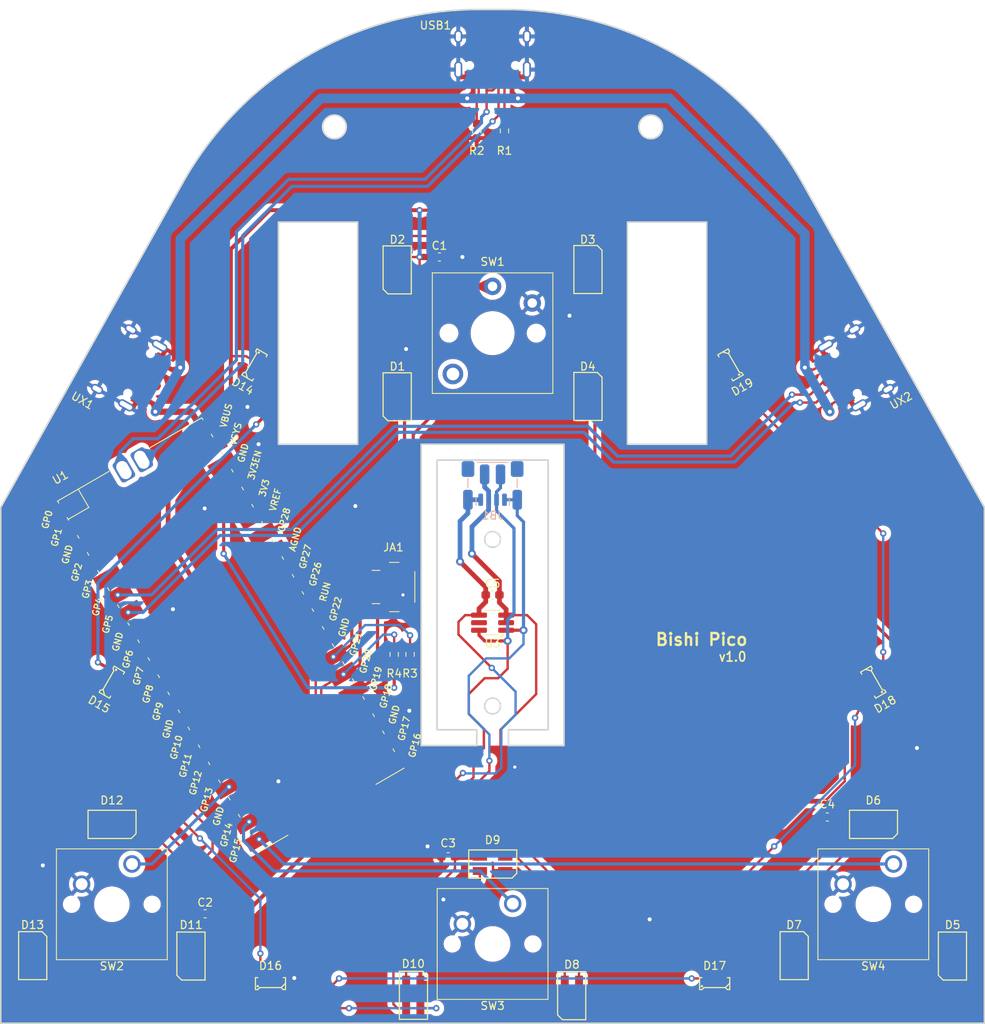
<source format=kicad_pcb>
(kicad_pcb (version 20240108) (generator "pcbnew") (generator_version "8.0")
  (title_block (title "Musec Pico"))
  (layers (0 "F.Cu" signal) (31 "B.Cu" signal) (34 "B.Paste" user) (35 "F.Paste" user) (36 "B.SilkS" user "B.Silkscreen") (37 "F.SilkS" user "F.Silkscreen") (38 "B.Mask" user) (39 "F.Mask" user) (44 "Edge.Cuts" user))
  (net 0 "")
  (net 1 "GND")
  (net 2 "+5V")
  (net 3 "Net-(D1-Out)")
  (net 5 "Net-(D2-Out)")
  (net 6 "+3V3")
  (net 7 "Net-(USB1-CC1)")
  (net 8 "Net-(USB1-CC2)")
  (net 9 "Net-(U1-USB2)")
  (net 11 "Net-(U1-USB1)")
  (net 14 "/K2")
  (net 16 "/K4")
  (net 17 "/K3")
  (net 20 "VBUS")
  (net 22 "/K1")
  (net 26 "Net-(D3-Out)")
  (net 28 "Net-(D4-Out)")
  (net 30 "Net-(D5-Out)")
  (net 31 "Net-(D6-Out)")
  (net 32 "Net-(D7-Out)")
  (net 33 "Net-(D8-Out)")
  (net 34 "Net-(D10-In)")
  (net 35 "Net-(D10-Out)")
  (net 36 "Net-(D11-Out)")
  (net 37 "Net-(D12-Out)")
  (net 38 "/RX1")
  (net 39 "Net-(D14-Out)")
  (net 40 "Net-(D15-Out)")
  (net 41 "Net-(D16-Out)")
  (net 42 "Net-(D17-Out)")
  (net 43 "Net-(D18-Out)")
  (net 44 "/VB1")
  (net 45 "/TX1")
  (net 46 "/RX0")
  (net 49 "/SDA")
  (net 50 "/SCL")
  (net 51 "/TX0")
  (net 61 "/RGB1")
  (net 62 "/RGB2")
  (footprint "Resistor_SMD:R_0603_1608Metric_Pad0.98x0.95mm_HandSolder" (layer "F.Cu") (at 107.196 67.574 -90)
    (property "Reference" "R2")
    (property "Value" "5K1")
  )
  (footprint "bishi_pico:WS2812B-2835" (layer "F.Cu") (at 121.196 101.074 90)
    (property "Reference" "D4")
    (property "Value" "WS2812B_Unified" (hide yes))
  )
  (footprint "Resistor_SMD:R_0603_1608Metric_Pad0.98x0.95mm_HandSolder" (layer "F.Cu") (at 96.796 133.574 -90)
    (property "Reference" "R4")
    (property "Value" "5K1")
  )
  (footprint "Capacitor_SMD:C_0603_1608Metric_Pad1.08x0.95mm_HandSolder" (layer "F.Cu") (at 72.9585 166.274)
    (property "Reference" "C2")
    (property "Value" "0.1uF")
  )
  (footprint "bishi_pico:WS2812B-2835" (layer "F.Cu") (at 109.196 159.974)
    (property "Reference" "D9")
    (property "Value" "WS2812B_Unified" (hide yes))
  )
  (footprint "bishi_pico:WS2812B-4020" (layer "F.Cu") (at 61.196 137.074 60)
    (property "Reference" "D15")
    (property "Value" "WS2812B_Unified")
  )
  (footprint "bishi_pico:WS2812B-2835" (layer "F.Cu") (at 167.196 171.574 -90)
    (property "Reference" "D5")
    (property "Value" "WS2812B_Unified" (hide yes))
  )
  (footprint "bishi_pico:SH1.0_4P_Solder_Combo" (layer "F.Cu") (at 96.696 125.074 90)
    (property "Reference" "JA1")
    (property "Value" "Conn_01x04")
  )
  (footprint "bishi_pico:SW_Kailh_Choc_V1V2_1.00u_LED" (layer "F.Cu") (at 109.196 93.074)
    (property "Reference" "SW1")
    (property "Value" "SW_DIP_x01" (hide yes))
  )
  (footprint "bishi_pico:Cherry_MX" (layer "F.Cu") (at 157.196 165.074)
    (property "Reference" "SW4")
    (property "Value" "SW_DIP_x01")
  )
  (footprint "Resistor_SMD:R_0603_1608Metric_Pad0.98x0.95mm_HandSolder" (layer "F.Cu") (at 98.796 133.574 -90)
    (property "Reference" "R3")
    (property "Value" "5K1")
  )
  (footprint "bishi_pico:WS2812B-2835" (layer "F.Cu") (at 99.196 176.574 90)
    (property "Reference" "D10")
    (property "Value" "WS2812B_Unified" (hide yes))
  )
  (footprint "Capacitor_SMD:C_0603_1608Metric_Pad1.08x0.95mm_HandSolder" (layer "F.Cu") (at 151.396 154.074 180)
    (property "Reference" "C4")
    (property "Value" "0.1uF")
  )
  (footprint "bishi_pico:WS2812B-4020" (layer "F.Cu") (at 157.196 137.074 -60)
    (property "Reference" "D18")
    (property "Value" "WS2812B_Unified")
  )
  (footprint "Type-C:HRO-TYPE-C-31-M-12-Assembly" (layer "F.Cu") (at 59.196 95.074 -119.5)
    (property "Reference" "UX1")
    (property "Value" "U262-161N-4BVC11")
  )
  (footprint "Package_TO_SOT_SMD:TSOT-23-6_HandSoldering" (layer "F.Cu") (at 109.196 129.574 180)
    (property "Reference" "U3")
    (property "Value" "TMAG5273")
  )
  (footprint "bishi_pico:WS2812B-2835" (layer "F.Cu") (at 61.196 154.974)
    (property "Reference" "D12")
    (property "Value" "WS2812B_Unified" (hide yes))
  )
  (footprint "bishi_pico:Cherry_MX" (layer "F.Cu") (at 109.196 170.074)
    (property "Reference" "SW3")
    (property "Value" "SW_DIP_x01")
  )
  (footprint "bishi_pico:WS2812B-4020" (layer "F.Cu") (at 79.196 97.074 60)
    (property "Reference" "D14")
    (property "Value" "WS2812B_Unified")
  )
  (footprint "bishi_pico:WS2812B-2835" (layer "F.Cu") (at 121.196 85.074 90)
    (property "Reference" "D3")
    (property "Value" "WS2812B_Unified" (hide yes))
  )
  (footprint "bishi_pico:WS2812B-2835" (layer "F.Cu") (at 119.196 176.574 -90)
    (property "Reference" "D8")
    (property "Value" "WS2812B_Unified" (hide yes))
  )
  (footprint "Capacitor_SMD:C_0603_1608Metric_Pad1.08x0.95mm_HandSolder" (layer "F.Cu") (at 102.496 83.474)
    (property "Reference" "C1")
    (property "Value" "0.1uF")
  )
  (footprint "bishi_pico:WS2812B-2835" (layer "F.Cu") (at 97.196 101.074 -90)
    (property "Reference" "D1")
    (property "Value" "WS2812B_Unified" (hide yes))
  )
  (footprint "bishi_pico:WS2812B-2835" (layer "F.Cu") (at 51.196 171.574 90)
    (property "Reference" "D13")
    (property "Value" "WS2812B_Unified" (hide yes))
  )
  (footprint "bishi_pico:WS2812B-4020" (layer "F.Cu") (at 81.196 175.074 180)
    (property "Reference" "D16")
    (property "Value" "WS2812B_Unified")
  )
  (footprint "Capacitor_SMD:C_0603_1608Metric_Pad1.08x0.95mm_HandSolder" (layer "F.Cu") (at 109.196 126.074)
    (property "Reference" "C5")
    (property "Value" "0.1uF")
  )
  (footprint "bishi_pico:WS2812B-2835" (layer "F.Cu") (at 71.196 171.574 -90)
    (property "Reference" "D11")
    (property "Value" "WS2812B_Unified" (hide yes))
  )
  (footprint "Resistor_SMD:R_0603_1608Metric_Pad0.98x0.95mm_HandSolder" (layer "F.Cu") (at 110.696 67.574 -90)
    (property "Reference" "R1")
    (property "Value" "5K1")
  )
  (footprint "Type-C:HRO-TYPE-C-31-M-12-Assembly" (layer "F.Cu") (at 159.196 95.074 119.5)
    (property "Reference" "UX2")
    (property "Value" "U262-161N-4BVC11")
  )
  (footprint "bishi_pico:RPi_Pico_SMD_Pins_No_SWD" (layer "F.Cu") (at 76.196 131.074 30)
    (property "Reference" "U1")
    (property "Value" "PiPico_No_SWD")
  )
  (footprint "bishi_pico:Cherry_MX" (layer "F.Cu") (at 61.196 165.074)
    (property "Reference" "SW2")
    (property "Value" "SW_DIP_x01")
  )
  (footprint "Type-C:HRO-TYPE-C-31-M-12-Assembly" (layer "F.Cu") (at 109.196 53.074 180)
    (property "Reference" "USB1")
    (property "Value" "U262-161N-4BVC11")
  )
  (footprint "bishi_pico:WS2812B-2835" (layer "F.Cu") (at 147.196 171.574 90)
    (property "Reference" "D7")
    (property "Value" "WS2812B_Unified" (hide yes))
  )
  (footprint "bishi_pico:WS2812B-2835" (layer "F.Cu") (at 157.196 154.974)
    (property "Reference" "D6")
    (property "Value" "WS2812B_Unified" (hide yes))
  )
  (footprint "bishi_pico:WS2812B-4020" (layer "F.Cu") (at 139.196 97.074 -60)
    (property "Reference" "D19")
    (property "Value" "WS2812B_Unified")
  )
  (footprint "Capacitor_SMD:C_0603_1608Metric_Pad1.08x0.95mm_HandSolder" (layer "F.Cu") (at 103.596 159.074 180)
    (property "Reference" "C3")
    (property "Value" "0.1uF")
  )
  (footprint "bishi_pico:WS2812B-4020" (layer "F.Cu") (at 137.196 175.074 180)
    (property "Reference" "D17")
    (property "Value" "WS2812B_Unified")
  )
  (footprint "bishi_pico:WS2812B-2835" (layer "F.Cu") (at 97.196 85.074 -90)
    (property "Reference" "D2")
    (property "Value" "WS2812B_Unified" (hide yes))
  )
  (footprint "bishi_pico:SH1.0_4P_Solder_Combo" (layer "B.Cu") (at 109.196 112.074)
    (property "Reference" "JB1")
    (property "Value" "Conn_01x04")
  )
  (gr_line (start 82.196 79.074) (end 92.196 79.074) (stroke (width 0.2)) (layer "Edge.Cuts"))
  (gr_line (start 47.196 180.074) (end 171.196 180.074) (stroke (width 0.2)) (layer "Edge.Cuts"))
  (gr_line (start 102.196 143.074) (end 102.196 109.074) (stroke (width 0.2)) (layer "Edge.Cuts"))
  (gr_line (start 171.196 115.03556) (end 171.196 180.074) (stroke (width 0.2)) (layer "Edge.Cuts"))
  (gr_line (start 110.92673 52.274) (end 107.46527 52.274) (stroke (width 0.2)) (layer "Edge.Cuts"))
  (gr_line (start 118.196 145.074) (end 111.196 145.074) (stroke (width 0.2)) (layer "Edge.Cuts"))
  (gr_line (start 107.196 143.074) (end 102.196 143.074) (stroke (width 0.2)) (layer "Edge.Cuts"))
  (gr_circle (center 89.256481 67.074) (end 90.756481 67.074) (stroke (width 0.2)) (fill none) (layer "Edge.Cuts"))
  (gr_line (start 116.196 109.074) (end 102.196 109.074) (stroke (width 0.2)) (layer "Edge.Cuts"))
  (gr_line (start 70.136304 74.136277) (end 47.196 115.03556) (stroke (width 0.2)) (layer "Edge.Cuts"))
  (gr_line (start 82.196 107.074) (end 92.196 107.074) (stroke (width 0.2)) (layer "Edge.Cuts"))
  (gr_line (start 82.196 79.074) (end 82.196 107.074) (stroke (width 0.2)) (layer "Edge.Cuts"))
  (gr_line (start 107.196 143.074) (end 107.196 145.074) (stroke (width 0.2)) (layer "Edge.Cuts"))
  (gr_circle (center 109.196 119.074) (end 110.196 119.074) (stroke (width 0.2)) (fill none) (layer "Edge.Cuts"))
  (gr_line (start 118.196 107.074) (end 118.196 145.074) (stroke (width 0.2)) (layer "Edge.Cuts"))
  (gr_line (start 118.196 107.074) (end 100.196 107.074) (stroke (width 0.2)) (layer "Edge.Cuts"))
  (gr_line (start 47.196 115.03556) (end 47.196 180.074) (stroke (width 0.2)) (layer "Edge.Cuts"))
  (gr_line (start 136.196 107.074) (end 126.196 107.074) (stroke (width 0.2)) (layer "Edge.Cuts"))
  (gr_line (start 116.196 143.074) (end 111.196 143.074) (stroke (width 0.2)) (layer "Edge.Cuts"))
  (gr_arc (start 110.92673 52.274) (mid 132.556634 58.141802) (end 148.255697 74.136278) (stroke (width 0.2)) (layer "Edge.Cuts"))
  (gr_line (start 111.196 143.074) (end 111.196 145.074) (stroke (width 0.2)) (layer "Edge.Cuts"))
  (gr_line (start 100.196 107.074) (end 100.196 145.074) (stroke (width 0.2)) (layer "Edge.Cuts"))
  (gr_line (start 136.196 79.074) (end 126.196 79.074) (stroke (width 0.2)) (layer "Edge.Cuts"))
  (gr_line (start 136.196 79.074) (end 136.196 107.074) (stroke (width 0.2)) (layer "Edge.Cuts"))
  (gr_line (start 92.196 79.074) (end 92.196 107.074) (stroke (width 0.2)) (layer "Edge.Cuts"))
  (gr_arc (start 70.136304 74.136277) (mid 85.835367 58.141801) (end 107.46527 52.274) (stroke (width 0.2)) (layer "Edge.Cuts"))
  (gr_line (start 148.255697 74.136278) (end 171.196 115.03556) (stroke (width 0.2)) (layer "Edge.Cuts"))
  (gr_line (start 116.196 143.074) (end 116.196 109.074) (stroke (width 0.2)) (layer "Edge.Cuts"))
  (gr_circle (center 129.135519 67.074) (end 130.635519 67.074) (stroke (width 0.2)) (fill none) (layer "Edge.Cuts"))
  (gr_line (start 126.196 79.074) (end 126.196 107.074) (stroke (width 0.2)) (layer "Edge.Cuts"))
  (gr_line (start 107.196 145.074) (end 100.196 145.074) (stroke (width 0.2)) (layer "Edge.Cuts"))
  (gr_circle (center 109.196 140.074) (end 110.196 140.074) (stroke (width 0.2)) (fill none) (layer "Edge.Cuts"))
  (gr_text "Bishi Pico" (at 129.596 132.574 0) (layer "F.SilkS") (effects (font (size 1.5 1.5) (thickness 0.3) (bold yes)) (justify left bottom)))
  (gr_text "v1.0" (at 137.596 134.574 0) (layer "F.SilkS") (effects (font (size 1.2 1.1) (thickness 0.2) (bold yes)) (justify left bottom)))
  (segment (start 110.906 129.574) (end 110.906 128.624) (width 0.6) (layer "F.Cu") (net 1))
  (segment (start 113.546 128.624) (end 110.906 128.624) (width 0.3) (layer "F.Cu") (net 1))
  (segment (start 95.696 125.574) (end 96.196 126.074) (width 0.4) (layer "F.Cu") (net 1))
  (segment (start 113.516 59.854) (end 113.516 60.354) (width 0.6) (layer "F.Cu") (net 1))
  (segment (start 151.385308 94.529589) (end 150.95013 94.7758) (width 0.6) (layer "F.Cu") (net 1))
  (segment (start 154.632302 102.136942) (end 154.634192 102.130128) (width 0.6) (layer "F.Cu") (net 1))
  (segment (start 113.516 60.354) (end 113.096 60.774) (width 0.6) (layer "F.Cu") (net 1))
  (segment (start 114.696 129.774) (end 113.546 128.624) (width 0.3) (layer "F.Cu") (net 1))
  (segment (start 114.696 138.574) (end 114.696 129.774) (width 0.3) (layer "F.Cu") (net 1))
  (segment (start 62.969742 102.172568) (end 63.404919 102.41878) (width 0.6) (layer "F.Cu") (net 1))
  (segment (start 150.95013 94.7758) (end 150.791398 95.348168) (width 0.6) (layer "F.Cu") (net 1))
  (segment (start 110.196 143.074) (end 114.696 138.574) (width 0.3) (layer "F.Cu") (net 1))
  (segment (start 63.404919 102.41878) (end 63.977287 102.260048) (width 0.6) (layer "F.Cu") (net 1))
  (segment (start 110.906 128.624) (end 110.906 127.884) (width 0.6) (layer "F.Cu") (net 1))
  (segment (start 94.696 125.574) (end 95.696 125.574) (width 0.4) (layer "F.Cu") (net 1))
  (segment (start 105.301 60.769) (end 105.971 60.769) (width 0.6) (layer "F.Cu") (net 1))
  (segment (start 110.0585 127.0365) (end 110.0585 126.074) (width 0.6) (layer "F.Cu") (net 1))
  (segment (start 113.091 60.769) (end 112.421 60.769) (width 0.6) (layer "F.Cu") (net 1))
  (segment (start 155.639847 102.049462) (end 155.20467 102.295674) (width 0.6) (layer "F.Cu") (net 1))
  (segment (start 110.196 143.074) (end 110.196 145.974) (width 0.3) (layer "F.Cu") (net 1))
  (segment (start 113.096 60.774) (end 113.091 60.769) (width 0.6) (layer "F.Cu") (net 1))
  (segment (start 63.977287 102.260048) (end 63.975397 102.253234) (width 0.6) (layer "F.Cu") (net 1))
  (segment (start 110.906 127.884) (end 110.0585 127.0365) (width 0.6) (layer "F.Cu") (net 1))
  (segment (start 96.196 126.074) (end 97.896 126.074) (width 0.4) (layer "F.Cu") (net 1))
  (segment (start 67.811377 95.473163) (end 67.481453 96.056302) (width 0.6) (layer "F.Cu") (net 1))
  (segment (start 67.224281 94.652695) (end 67.659459 94.898906) (width 0.6) (layer "F.Cu") (net 1))
  (segment (start 155.20467 102.295674) (end 154.632302 102.136942) (width 0.6) (layer "F.Cu") (net 1))
  (segment (start 67.659459 94.898906) (end 67.818191 95.471274) (width 0.6) (layer "F.Cu") (net 1))
  (segment (start 110.196 145.974) (end 111.996 147.774) (width 0.3) (layer "F.Cu") (net 1))
  (segment (start 104.876 60.354) (end 105.296 60.774) (width 0.6) (layer "F.Cu") (net 1))
  (segment (start 150.791398 95.348168) (end 150.798212 95.350057) (width 0.6) (layer "F.Cu") (net 1))
  (segment (start 154.634192 102.130128) (end 154.304268 101.54699) (width 0.6) (layer "F.Cu") (net 1))
  (segment (start 110.0585 124.3365) (end 110.0585 126.074) (width 0.6) (layer "F.Cu") (net 1))
  (segment (start 104.876 59.854) (end 104.876 60.354) (width 0.6) (layer "F.Cu") (net 1))
  (segment (start 150.798212 95.350057) (end 151.128136 95.933196) (width 0.6) (layer "F.Cu") (net 1))
  (segment (start 105.296 60.774) (end 105.301 60.769) (width 0.6) (layer "F.Cu") (net 1))
  (segment (start 106.596 120.874) (end 110.0585 124.3365) (width 0.6) (layer "F.Cu") (net 1))
  (segment (start 63.975397 102.253234) (end 64.305321 101.670096) (width 0.6) (layer "F.Cu") (net 1))
  (segment (start 67.818191 95.471274) (end 67.811377 95.473163) (width 0.6) (layer "F.Cu") (net 1))
  (via (at 78.296 102.374) (size 1) (drill 0.5) (layers "F.Cu" "B.Cu") (net 1))
  (via (at 106.596 120.874) (size 1) (drill 0.5) (layers "F.Cu" "B.Cu") (net 1))
  (via (at 82.196 149.574) (size 1) (drill 0.5) (layers "F.Cu" "B.Cu") (net 1))
  (via (at 105.396 83.474) (size 1) (drill 0.5) (layers "F.Cu" "B.Cu") (net 1))
  (via (at 100.996 157.774) (size 1) (drill 0.5) (layers "F.Cu" "B.Cu") (net 1))
  (via (at 84.196 174.374) (size 1) (drill 0.5) (layers "F.Cu" "B.Cu") (net 1))
  (via (at 102.996 164.474) (size 1) (drill 0.5) (layers "F.Cu" "B.Cu") (net 1))
  (via (at 72.896 115.174) (size 1) (drill 0.5) (layers "F.Cu" "B.Cu") (net 1))
  (via (at 118.896 90.874) (size 1) (drill 0.5) (layers "F.Cu" "B.Cu") (net 1))
  (via (at 98.296 95.074) (size 1) (drill 0.5) (layers "F.Cu" "B.Cu") (net 1))
  (via (at 111.996 147.774) (size 0.8) (drill 0.4) (layers "F.Cu" "B.Cu") (net 1))
  (via (at 52.496 160.174) (size 1) (drill 0.5) (layers "F.Cu" "B.Cu") (net 1))
  (via (at 97.896 126.074) (size 0.8) (drill 0.4) (layers "F.Cu" "B.Cu") (net 1))
  (via (at 128.996 166.974) (size 1) (drill 0.5) (layers "F.Cu" "B.Cu") (net 1))
  (via (at 68.896 127.874) (size 1) (drill 0.5) (layers "F.Cu" "B.Cu") (net 1))
  (via (at 91.896 114.874) (size 1) (drill 0.5) (layers "F.Cu" "B.Cu") (net 1))
  (via (at 98.696 140.674) (size 1) (drill 0.5) (layers "F.Cu" "B.Cu") (net 1))
  (via (at 162.696 145.374) (size 1) (drill 0.5) (layers "F.Cu" "B.Cu") (net 1))
  (via (at 79.696 107.074) (size 1) (drill 0.5) (layers "F.Cu" "B.Cu") (net 1))
  (segment (start 108.196 112.474) (end 108.196 110.874) (width 0.6) (layer "B.Cu") (net 1))
  (segment (start 108.696 112.974) (end 108.196 112.474) (width 0.6) (layer "B.Cu") (net 1))
  (segment (start 108.696 114.074) (end 108.696 112.974) (width 0.6) (layer "B.Cu") (net 1))
  (segment (start 106.596 120.874) (end 106.596 117.474) (width 0.6) (layer "B.Cu") (net 1))
  (segment (start 108.696 115.374) (end 108.696 114.074) (width 0.6) (layer "B.Cu") (net 1))
  (segment (start 106.596 117.474) (end 108.696 115.374) (width 0.6) (layer "B.Cu") (net 1))
  (segment (start 60.396 152.174) (end 59.596 152.974) (width 0.3) (layer "F.Cu") (net 2))
  (segment (start 140.596 96.374) (end 139.996 97.074) (width 0.4) (layer "F.Cu") (net 2))
  (segment (start 104.4585 160.6115) (end 104.4585 159.074) (width 0.3) (layer "F.Cu") (net 2))
  (segment (start 73.896 155.974) (end 65.696 147.774) (width 0.3) (layer "F.Cu") (net 2))
  (segment (start 89.496 154.774) (end 107.596 154.774) (width 0.6) (layer "F.Cu") (net 2))
  (segment (start 144.696 164.974) (end 144.696 174.774) (width 0.3) (layer "F.Cu") (net 2))
  (segment (start 101.6335 84.3115) (end 102.196 84.874) (width 0.3) (layer "F.Cu") (net 2))
  (segment (start 98.296 178.174) (end 97.196 178.174) (width 0.3) (layer "F.Cu") (net 2))
  (segment (start 156.396 152.174) (end 159.846 152.174) (width 0.3) (layer "F.Cu") (net 2))
  (segment (start 80.196 176.974) (end 80.771 176.399) (width 0.3) (layer "F.Cu") (net 2))
  (segment (start 155.596 152.974) (end 156.396 152.174) (width 0.3) (layer "F.Cu") (net 2))
  (segment (start 152.2585 154.074) (end 152.2585 157.4115) (width 0.3) (layer "F.Cu") (net 2))
  (segment (start 54.796 154.074) (end 59.596 154.074) (width 0.3) (layer "F.Cu") (net 2))
  (segment (start 64.996 138.774) (end 61.971417 137.030939) (width 0.3) (layer "F.Cu") (net 2))
  (segment (start 151.096 152.074) (end 152.2585 153.2365) (width 0.6) (layer "F.Cu") (net 2))
  (segment (start 78.096 95.974) (end 79.971417 97.030939) (width 0.3) (layer "F.Cu") (net 2))
  (segment (start 151.096 152.074) (end 153.596 149.574) (width 0.3) (layer "F.Cu") (net 2))
  (segment (start 73.888049 107.476512) (end 76.196 106.074) (width 0.5) (layer "F.Cu") (net 2))
  (segment (start 152.2585 154.074) (end 155.596 154.074) (width 0.8) (layer "F.Cu") (net 2))
  (segment (start 74.296 169.974) (end 74.296 173.574) (width 0.3) (layer "F.Cu") (net 2))
  (segment (start 152.2585 153.2365) (end 152.2585 154.074) (width 0.6) (layer "F.Cu") (net 2))
  (segment (start 144.696 173.174) (end 146.296 173.174) (width 0.3) (layer "F.Cu") (net 2))
  (segment (start 155.596 138.474) (end 156.845583 137.767061) (width 0.3) (layer "F.Cu") (net 2))
  (segment (start 142.596 176.874) (end 137.396 176.874) (width 0.3) (layer "F.Cu") (net 2))
  (segment (start 76.196 95.974) (end 78.096 95.974) (width 0.3) (layer "F.Cu") (net 2))
  (segment (start 140.596 81.174) (end 140.596 96.374) (width 0.4) (layer "F.Cu") (net 2))
  (segment (start 116.596 86.674) (end 116.596 100.174) (width 0.3) (layer "F.Cu") (net 2))
  (segment (start 148.296 152.074) (end 151.096 152.074) (width 0.6) (layer "F.Cu") (net 2))
  (segment (start 76.196 82.474) (end 76.196 95.974) (width 0.5) (layer "F.Cu") (net 2))
  (segment (start 96.696 168.374) (end 104.4585 160.6115) (width 0.3) (layer "F.Cu") (net 2))
  (segment (start 136.996 77.574) (end 140.596 81.174) (width 0.4) (layer "F.Cu") (net 2))
  (segment (start 50.296 173.174) (end 49.196 173.174) (width 0.3) (layer "F.Cu") (net 2))
  (segment (start 116.596 86.674) (end 120.296 86.674) (width 0.3) (layer "F.Cu") (net 2))
  (segment (start 168.096 160.424) (end 168.096 169.974) (width 0.3) (layer "F.Cu") (net 2))
  (segment (start 98.096 83.474) (end 99.996 83.474) (width 0.3) (layer "F.Cu") (net 2))
  (segment (start 72.096 169.974) (end 72.096 166.274) (width 0.8) (layer "F.Cu") (net 2))
  (segment (start 107.596 154.774) (end 145.596 154.774) (width 0.6) (layer "F.Cu") (net 2))
  (segment (start 145.596 154.774) (end 148.296 152.074) (width 0.6) (layer "F.Cu") (net 2))
  (segment (start 77.696 176.974) (end 80.196 176.974) (width 0.3) (layer "F.Cu") (net 2))
  (segment (start 80.771 176.399) (end 80.771 174.424) (width 0.3) (layer "F.Cu") (net 2))
  (segment (start 104.4585 159.074) (end 107.596 159.074) (width 0.8) (layer "F.Cu") (net 2))
  (segment (start 119.096 102.674) (end 120.296 102.674) (width 0.3) (layer "F.Cu") (net 2))
  (segment (start 64.246 152.174) (end 60.396 152.174) (width 0.3) (layer "F.Cu") (net 2))
  (segment (start 136.771 176.249) (end 136.771 174.424) (width 0.3) (layer "F.Cu") (net 2))
  (segment (start 76.196 106.074) (end 76.196 95.974) (width 0.5) (layer "F.Cu") (net 2))
  (segment (start 99.996 83.474) (end 101.6335 83.474) (width 0.8) (layer "F.Cu") (net 2))
  (segment (start 48.696 172.674) (end 48.696 160.174) (width 0.3) (layer "F.Cu") (net 2))
  (segment (start 68.296 113.874) (end 68.296 118.874) (width 0.6) (layer "F.Cu") (net 2))
  (segment (start 137.396 176.874) (end 136.771 176.249) (width 0.3) (layer "F.Cu") (net 2))
  (segment (start 71.496 108.974) (end 68.296 113.874) (width 0.6) (layer "F.Cu") (net 2))
  (segment (start 73.888049 107.476512) (end 71.496 108.974) (width 0.6) (layer "F.Cu") (net 2))
  (segment (start 89.496 154.774) (end 74.296 169.974) (width 0.5) (layer "F.Cu") (net 2))
  (segment (start 116.596 100.174) (end 119.096 102.674) (width 0.3) (layer "F.Cu") (net 2))
  (segment (start 96.696 177.674) (end 96.696 168.374) (width 0.3) (layer "F.Cu") (net 2))
  (segment (start 72.096 160.024) (end 64.246 152.174) (width 0.3) (layer "F.Cu") (net 2))
  (segment (start 99.996 77.574) (end 136.996 77.574) (width 0.4) (layer "F.Cu") (net 2))
  (segment (start 98.096 99.474) (end 99.996 97.574) (width 0.3) (layer "F.Cu") (net 2))
  (segment (start 99.996 97.574) (end 99.996 83.474) (width 0.3) (layer "F.Cu") (net 2))
  (segment (start 159.846 152.174) (end 168.096 160.424) (width 0.3) (layer "F.Cu") (net 2))
  (segment (start 72.096 166.274) (end 72.096 160.024) (width 0.3) (layer "F.Cu") (net 2))
  (segment (start 112.396 157.174) (end 107.596 157.174) (width 0.3) (layer "F.Cu") (net 2))
  (segment (start 99.996 77.574) (end 81.096 77.574) (width 0.5) (layer "F.Cu") (net 2))
  (segment (start 74.296 169.974) (end 72.096 169.974) (width 0.5) (layer "F.Cu") (net 2))
  (segment (start 107.596 157.174) (end 107.596 154.774) (width 0.5) (layer "F.Cu") (net 2))
  (segment (start 155.596 154.074) (end 155.596 152.974) (width 0.3) (layer "F.Cu") (net 2))
  (segment (start 101.6335 83.474) (end 101.6335 84.3115) (width 0.3) (layer "F.Cu") (net 2))
  (segment (start 153.596 149.574) (end 153.596 140.474) (width 0.3) (layer "F.Cu") (net 2))
  (segment (start 102.196 84.874) (end 114.796 84.874) (width 0.3) (layer "F.Cu") (net 2))
  (segment (start 49.196 173.174) (end 48.696 172.674) (width 0.3) (layer "F.Cu") (net 2))
  (segment (start 74.296 173.574) (end 77.696 176.974) (width 0.3) (layer "F.Cu") (net 2))
  (segment (start 120.096 164.874) (end 120.096 174.974) (width 0.3) (layer "F.Cu") (net 2))
  (segment (start 81.096 77.574) (end 76.196 82.474) (width 0.5) (layer "F.Cu") (net 2))
  (segment (start 59.596 152.974) (end 59.596 154.074) (width 0.3) (layer "F.Cu") (net 2))
  (segment (start 68.296 118.874) (end 89.496 154.774) (width 0.6) (layer "F.Cu") (net 2))
  (segment (start 107.596 159.074) (end 107.596 157.174) (width 0.5) (layer "F.Cu") (net 2))
  (segment (start 73.896 158.224) (end 73.896 155.974) (width 0.3) (layer "F.Cu") (net 2))
  (segment (start 72.096 160.024) (end 73.896 158.224) (width 0.3) (layer "F.Cu") (net 2))
  (segment (start 65.696 139.474) (end 64.996 138.774) (width 0.3) (layer "F.Cu") (net 2))
  (segment (start 97.196 178.174) (end 96.696 177.674) (width 0.3) (layer "F.Cu") (net 2))
  (segment (start 48.696 160.174) (end 54.796 154.074) (width 0.3) (layer "F.Cu") (net 2))
  (segment (start 139.996 97.074) (end 138.845583 97.767061) (width 0.4) (layer "F.Cu") (net 2))
  (segment (start 152.2585 157.4115) (end 144.696 164.974) (width 0.3) (layer "F.Cu") (net 2))
  (segment (start 114.796 84.874) (end 116.596 86.674) (width 0.3) (layer "F.Cu") (net 2))
  (segment (start 153.596 140.474) (end 155.596 138.474) (width 0.3) (layer "F.Cu") (net 2))
  (segment (start 112.396 157.174) (end 120.096 164.874) (width 0.3) (layer "F.Cu") (net 2))
  (segment (start 65.696 147.774) (end 65.696 139.474) (width 0.3) (layer "F.Cu") (net 2))
  (segment (start 144.696 174.774) (end 142.596 176.874) (width 0.3) (layer "F.Cu") (net 2))
  (via (at 99.996 83.474) (size 0.8) (drill 0.4) (layers "F.Cu" "B.Cu") (net 2))
  (via (at 99.996 77.574) (size 0.8) (drill 0.4) (layers "F.Cu" "B.Cu") (net 2))
  (segment (start 99.996 77.574) (end 99.996 83.474) (width 0.5) (layer "B.Cu") (net 2))
  (segment (start 96.296 99.474) (end 96.296 93.974) (width 0.3) (layer "F.Cu") (net 3))
  (segment (start 96.296 93.974) (end 98.096 92.174) (width 0.3) (layer "F.Cu") (net 3))
  (segment (start 98.096 92.174) (end 98.096 86.674) (width 0.3) (layer "F.Cu") (net 3))
  (segment (start 112.696 80.824) (end 115.346 83.474) (width 0.3) (layer "F.Cu") (net 5))
  (segment (start 96.296 81.724) (end 97.196 80.824) (width 0.3) (layer "F.Cu") (net 5))
  (segment (start 115.346 83.474) (end 120.296 83.474) (width 0.3) (layer "F.Cu") (net 5))
  (segment (start 97.196 80.824) (end 112.696 80.824) (width 0.3) (layer "F.Cu") (net 5))
  (segment (start 96.296 83.474) (end 96.296 81.724) (width 0.3) (layer "F.Cu") (net 5))
  (segment (start 75.296 115.474) (end 77.698049 114.075625) (width 0.4) (layer "F.Cu") (net 6))
  (segment (start 75.296 120.874) (end 75.296 115.474) (width 0.4) (layer "F.Cu") (net 6))
  (segment (start 96.796 137.774) (end 96.796 134.4865) (width 0.4) (layer "F.Cu") (net 6))
  (segment (start 96.796 134.4865) (end 98.796 134.4865) (width 0.3) (layer "F.Cu") (net 6))
  (via (at 96.796 137.774) (size 0.8) (drill 0.4) (layers "F.Cu" "B.Cu") (net 6))
  (via (at 75.296 120.874) (size 0.8) (drill 0.4) (layers "F.Cu" "B.Cu") (net 6))
  (segment (start 85.896 137.774) (end 75.296 120.874) (width 0.4) (layer "B.Cu") (net 6))
  (segment (start 96.796 137.774) (end 85.896 137.774) (width 0.4) (layer "B.Cu") (net 6))
  (segment (start 110.696 62.074) (end 110.696 66.6615) (width 0.3) (layer "F.Cu") (net 7))
  (segment (start 110.446 60.769) (end 110.446 61.824) (width 0.3) (layer "F.Cu") (net 7))
  (segment (start 110.446 61.824) (end 110.696 62.074) (width 0.3) (layer "F.Cu") (net 7))
  (segment (start 107.446 60.769) (end 107.446 63.424) (width 0.3) (layer "F.Cu") (net 8))
  (segment (start 107.196 63.674) (end 107.196 66.6615) (width 0.3) (layer "F.Cu") (net 8))
  (segment (start 107.446 63.424) (end 107.196 63.674) (width 0.3) (layer "F.Cu") (net 8))
  (segment (start 109.446 60.769) (end 109.446 62.224) (width 0.3) (layer "F.Cu") (net 9))
  (segment (start 108.446 65.174) (end 108.446 62.474) (width 0.3) (layer "F.Cu") (net 9))
  (segment (start 108.446 62.474) (end 108.446 60.769) (width 0.3) (layer "F.Cu") (net 9))
  (segment (start 109.196 62.474) (end 108.446 62.474) (width 0.3) (layer "F.Cu") (net 9))
  (segment (start 109.446 62.224) (end 109.196 62.474) (width 0.3) (layer "F.Cu") (net 9))
  (via (at 108.446 65.174) (size 0.8) (drill 0.4) (layers "F.Cu" "B.Cu") (net 9))
  (segment (start 76.896 96.474) (end 76.896 80.274) (width 0.4) (layer "B.Cu") (net 9))
  (segment (start 107.796 66.574) (end 107.796 65.824) (width 0.4) (layer "B.Cu") (net 9))
  (segment (start 83.496 73.674) (end 100.696 73.674) (width 0.4) (layer "B.Cu") (net 9))
  (segment (start 100.696 73.674) (end 107.796 66.574) (width 0.4) (layer "B.Cu") (net 9))
  (segment (start 107.796 65.824) (end 108.446 65.174) (width 0.4) (layer "B.Cu") (net 9))
  (segment (start 63.896 106.374) (end 66.996 106.374) (width 0.4) (layer "B.Cu") (net 9))
  (segment (start 66.996 106.374) (end 76.896 96.474) (width 0.4) (layer "B.Cu") (net 9))
  (segment (start 62.196 108.074) (end 63.896 106.374) (width 0.4) (layer "B.Cu") (net 9))
  (segment (start 62.720167 110.333173) (end 62.196 109.809006) (width 0.4) (layer "B.Cu") (net 9))
  (segment (start 62.196 109.809006) (end 62.196 108.074) (width 0.4) (layer "B.Cu") (net 9))
  (segment (start 76.896 80.274) (end 83.496 73.674) (width 0.4) (layer "B.Cu") (net 9))
  (segment (start 109.946 59.424) (end 109.946 60.769) (width 0.3) (layer "F.Cu") (net 11))
  (segment (start 109.946 65.624) (end 109.946 60.769) (width 0.3) (layer "F.Cu") (net 11))
  (segment (start 108.946 59.524) (end 109.296 59.174) (width 0.3) (layer "F.Cu") (net 11))
  (segment (start 109.196 66.374) (end 109.946 65.624) (width 0.3) (layer "F.Cu") (net 11))
  (segment (start 108.946 60.769) (end 108.946 59.524) (width 0.3) (layer "F.Cu") (net 11))
  (segment (start 109.696 59.174) (end 109.946 59.424) (width 0.3) (layer "F.Cu") (net 11))
  (segment (start 109.296 59.174) (end 109.696 59.174) (width 0.3) (layer "F.Cu") (net 11))
  (via (at 109.196 66.374) (size 0.8) (drill 0.4) (layers "F.Cu" "B.Cu") (net 11))
  (segment (start 100.996 74.574) (end 83.896 74.574) (width 0.4) (layer "B.Cu") (net 11))
  (segment (start 109.196 66.374) (end 100.996 74.574) (width 0.4) (layer "B.Cu") (net 11))
  (segment (start 65.536827 109.033173) (end 64.971833 109.033173) (width 0.4) (layer "B.Cu") (net 11))
  (segment (start 83.896 74.574) (end 77.696 80.774) (width 0.4) (layer "B.Cu") (net 11))
  (segment (start 77.696 96.874) (end 65.536827 109.033173) (width 0.4) (layer "B.Cu") (net 11))
  (segment (start 77.696 80.774) (end 77.696 96.874) (width 0.4) (layer "B.Cu") (net 11))
  (via (at 75.963952 150.272079) (size 0.8) (drill 0.4) (layers "F.Cu" "B.Cu") (net 14))
  (segment (start 63.736 159.994) (end 66.242031 159.994) (width 0.4) (layer "B.Cu") (net 14))
  (segment (start 66.242031 159.994) (end 75.963952 150.272079) (width 0.4) (layer "B.Cu") (net 14))
  (via (at 79.773951 156.871193) (size 0.8) (drill 0.4) (layers "F.Cu" "B.Cu") (net 16))
  (segment (start 159.736 159.994) (end 82.896758 159.994) (width 0.4) (layer "B.Cu") (net 16))
  (segment (start 82.896758 159.994) (end 79.773951 156.871193) (width 0.4) (layer "B.Cu") (net 16))
  (via (at 78.503951 154.671488) (size 0.8) (drill 0.4) (layers "F.Cu" "B.Cu") (net 17))
  (segment (start 111.736 164.994) (end 107.616 160.874) (width 0.4) (layer "B.Cu") (net 17))
  (segment (start 77.796 157.074) (end 77.796 155.379439) (width 0.4) (layer "B.Cu") (net 17))
  (segment (start 107.616 160.874) (end 81.596 160.874) (width 0.4) (layer "B.Cu") (net 17))
  (segment (start 77.796 155.379439) (end 78.503951 154.671488) (width 0.4) (layer "B.Cu") (net 17))
  (segment (start 81.596 160.874) (end 77.796 157.074) (width 0.4) (layer "B.Cu") (net 17))
  (segment (start 151.720056 102.980343) (end 152.003505 101.958259) (width 0.3) (layer "F.Cu") (net 20))
  (segment (start 66.388494 101.95826) (end 64.686949 100.995571) (width 0.6) (layer "F.Cu") (net 20))
  (segment (start 148.568545 97.410067) (end 149.590629 97.693516) (width 0.3) (layer "F.Cu") (net 20))
  (segment (start 106.746 62.724) (end 106.746 60.769) (width 0.6) (layer "F.Cu") (net 20))
  (segment (start 149.590629 97.693516) (end 151.292175 96.730828) (width 0.3) (layer "F.Cu") (net 20))
  (segment (start 105.996 63.474) (end 106.746 62.724) (width 0.6) (layer "F.Cu") (net 20))
  (segment (start 152.003505 101.958259) (end 153.70505 100.99557) (width 0.3) (layer "F.Cu") (net 20))
  (segment (start 66.671943 102.980344) (end 66.388494 101.95826) (width 0.6) (layer "F.Cu") (net 20))
  (segment (start 71.196 102.980344) (end 66.671943 102.980344) (width 0.8) (layer "F.Cu") (net 20))
  (segment (start 69.823454 97.410068) (end 68.80137 97.693517) (width 0.6) (layer "F.Cu") (net 20))
  (segment (start 68.80137 97.693517) (end 67.099824 96.730829) (width 0.6) (layer "F.Cu") (net 20))
  (segment (start 72.618049 105.276807) (end 71.196 102.980344) (width 0.8) (layer "F.Cu") (net 20))
  (segment (start 112.396 63.474) (end 111.646 62.724) (width 0.6) (layer "F.Cu") (net 20))
  (segment (start 111.646 62.724) (end 111.646 60.769) (width 0.6) (layer "F.Cu") (net 20))
  (via (at 148.568545 97.410067) (size 1) (drill 0.5) (layers "F.Cu" "B.Cu") (net 20))
  (via (at 151.720056 102.980343) (size 1) (drill 0.5) (layers "F.Cu" "B.Cu") (net 20))
  (via (at 69.823454 97.410068) (size 1) (drill 0.5) (layers "F.Cu" "B.Cu") (net 20))
  (via (at 112.396 63.474) (size 1) (drill 0.5) (layers "F.Cu" "B.Cu") (net 20))
  (via (at 66.671943 102.980344) (size 1) (drill 0.5) (layers "F.Cu" "B.Cu") (net 20))
  (via (at 105.996 63.474) (size 1) (drill 0.5) (layers "F.Cu" "B.Cu") (net 20))
  (segment (start 148.568545 97.410067) (end 151.720056 102.980343) (width 1.2) (layer "B.Cu") (net 20))
  (segment (start 148.568545 80.546545) (end 148.568545 97.410067) (width 1.2) (layer "B.Cu") (net 20))
  (segment (start 69.823454 97.410068) (end 69.823454 81.196546) (width 1.2) (layer "B.Cu") (net 20))
  (segment (start 87.546 63.474) (end 105.996 63.474) (width 1.2) (layer "B.Cu") (net 20))
  (segment (start 131.496 63.474) (end 148.568545 80.546545) (width 1.2) (layer "B.Cu") (net 20))
  (segment (start 69.823454 81.196546) (end 87.546 63.474) (width 1.2) (layer "B.Cu") (net 20))
  (segment (start 66.671943 102.980344) (end 69.823454 97.410068) (width 1.2) (layer "B.Cu") (net 20))
  (segment (start 105.996 63.474) (end 112.396 63.474) (width 1.2) (layer "B.Cu") (net 20))
  (segment (start 112.396 63.474) (end 131.496 63.474) (width 1.2) (layer "B.Cu") (net 20))
  (segment (start 89.196 127.824) (end 89.196 121.974) (width 0.4) (layer "F.Cu") (net 22))
  (segment (start 101.196 103.824) (end 101.196 90.324) (width 0.4) (layer "F.Cu") (net 22))
  (segment (start 101.196 90.324) (end 104.346 87.174) (width 0.4) (layer "F.Cu") (net 22))
  (segment (start 86.588048 129.473556) (end 89.196 127.824) (width 0.4) (layer "F.Cu") (net 22))
  (segment (start 104.346 87.174) (end 109.196 87.174) (width 0.4) (layer "F.Cu") (net 22))
  (segment (start 99.196 105.824) (end 101.196 103.824) (width 0.4) (layer "F.Cu") (net 22))
  (segment (start 89.196 121.974) (end 99.196 111.974) (width 0.4) (layer "F.Cu") (net 22))
  (segment (start 99.196 111.974) (end 99.196 105.824) (width 0.4) (layer "F.Cu") (net 22))
  (segment (start 122.096 89.924) (end 120.296 91.724) (width 0.3) (layer "F.Cu") (net 26))
  (segment (start 122.096 86.674) (end 122.096 89.924) (width 0.3) (layer "F.Cu") (net 26))
  (segment (start 120.296 91.724) (end 120.296 99.474) (width 0.3) (layer "F.Cu") (net 26))
  (segment (start 141.196 113.574) (end 169.996 142.374) (width 0.4) (layer "F.Cu") (net 28))
  (segment (start 169.996 172.274) (end 169.096 173.174) (width 0.4) (layer "F.Cu") (net 28))
  (segment (start 122.096 109.474) (end 126.196 113.574) (width 0.4) (layer "F.Cu") (net 28))
  (segment (start 122.096 102.674) (end 122.096 109.474) (width 0.4) (layer "F.Cu") (net 28))
  (segment (start 126.196 113.574) (end 141.196 113.574) (width 0.4) (layer "F.Cu") (net 28))
  (segment (start 169.096 173.174) (end 168.096 173.174) (width 0.4) (layer "F.Cu") (net 28))
  (segment (start 169.996 142.374) (end 169.996 172.274) (width 0.4) (layer "F.Cu") (net 28))
  (segment (start 160.296 154.074) (end 158.796 154.074) (width 0.3) (layer "F.Cu") (net 30))
  (segment (start 166.296 169.974) (end 166.296 160.074) (width 0.3) (layer "F.Cu") (net 30))
  (segment (start 166.296 160.074) (end 160.296 154.074) (width 0.3) (layer "F.Cu") (net 30))
  (segment (start 155.596 155.874) (end 155.596 156.674) (width 0.3) (layer "F.Cu") (net 31))
  (segment (start 146.296 165.974) (end 146.296 169.974) (width 0.3) (layer "F.Cu") (net 31))
  (segment (start 155.596 156.674) (end 146.296 165.974) (width 0.3) (layer "F.Cu") (net 31))
  (segment (start 148.096 175.674) (end 145.096 178.674) (width 0.3) (layer "F.Cu") (net 32))
  (segment (start 148.096 173.174) (end 148.096 175.674) (width 0.3) (layer "F.Cu") (net 32))
  (segment (start 145.096 178.674) (end 120.096 178.674) (width 0.3) (layer "F.Cu") (net 32))
  (segment (start 118.296 175.474) (end 118.296 165.174) (width 0.3) (layer "F.Cu") (net 33))
  (segment (start 118.296 165.174) (end 112.196 159.074) (width 0.3) (layer "F.Cu") (net 33))
  (segment (start 112.196 159.074) (end 110.796 159.074) (width 0.3) (layer "F.Cu") (net 33))
  (segment (start 107.596 161.974) (end 98.296 171.274) (width 0.3) (layer "F.Cu") (net 34))
  (segment (start 98.296 171.274) (end 98.296 174.974) (width 0.3) (layer "F.Cu") (net 34))
  (segment (start 107.596 160.874) (end 107.596 161.974) (width 0.3) (layer "F.Cu") (net 34))
  (segment (start 72.096 175.724) (end 72.096 173.174) (width 0.3) (layer "F.Cu") (net 35))
  (segment (start 91.096 178.174) (end 74.546 178.174) (width 0.3) (layer "F.Cu") (net 35))
  (segment (start 102.096 178.174) (end 100.096 178.174) (width 0.3) (layer "F.Cu") (net 35))
  (segment (start 74.546 178.174) (end 72.096 175.724) (width 0.3) (layer "F.Cu") (net 35))
  (via (at 102.096 178.174) (size 0.8) (drill 0.4) (layers "F.Cu" "B.Cu") (net 35))
  (via (at 91.096 178.174) (size 0.8) (drill 0.4) (layers "F.Cu" "B.Cu") (net 35))
  (segment (start 91.096 178.174) (end 102.096 178.174) (width 0.3) (layer "B.Cu") (net 35))
  (segment (start 64.296 154.074) (end 62.796 154.074) (width 0.3) (layer "F.Cu") (net 36))
  (segment (start 70.296 169.974) (end 70.296 160.074) (width 0.3) (layer "F.Cu") (net 36))
  (segment (start 70.296 160.074) (end 64.296 154.074) (width 0.3) (layer "F.Cu") (net 36))
  (segment (start 59.596 155.874) (end 59.596 156.874) (width 0.3) (layer "F.Cu") (net 37))
  (segment (start 59.596 156.874) (end 50.296 166.174) (width 0.3) (layer "F.Cu") (net 37))
  (segment (start 50.296 166.174) (end 50.296 169.974) (width 0.3) (layer "F.Cu") (net 37))
  (segment (start 152.867931 99.515965) (end 152.817161 99.515965) (width 0.3) (layer "F.Cu") (net 38))
  (segment (start 153.98257 98.023616) (end 153.641875 97.929133) (width 0.3) (layer "F.Cu") (net 38))
  (segment (start 153.641875 97.929133) (end 152.375508 98.645609) (width 0.3) (layer "F.Cu") (net 38))
  (segment (start 151.600784 100.204159) (end 149.980943 101.824) (width 0.3) (layer "F.Cu") (net 38))
  (segment (start 153.998385 98.876385) (end 154.209702 98.400961) (width 0.3) (layer "F.Cu") (net 38))
  (segment (start 154.209702 98.400961) (end 153.98257 98.023616) (width 0.3) (layer "F.Cu") (net 38))
  (segment (start 152.817161 99.515965) (end 151.600784 100.204159) (width 0.3) (layer "F.Cu") (net 38))
  (segment (start 152.867931 99.515965) (end 153.998385 98.876385) (width 0.3) (layer "F.Cu") (net 38))
  (segment (start 149.980943 101.824) (end 147.946 101.824) (width 0.3) (layer "F.Cu") (net 38))
  (via (at 63.263951 128.275034) (size 0.8) (drill 0.4) (layers "F.Cu" "B.Cu") (net 38))
  (via (at 147.946 101.824) (size 0.8) (drill 0.4) (layers "F.Cu" "B.Cu") (net 38))
  (segment (start 124.446 109.324) (end 120.696 105.574) (width 0.4) (layer "B.Cu") (net 38))
  (segment (start 74.821 118.574) (end 65.119966 128.275034) (width 0.4) (layer "B.Cu") (net 38))
  (segment (start 84.296 118.574) (end 74.821 118.574) (width 0.4) (layer "B.Cu") (net 38))
  (segment (start 120.696 105.574) (end 97.296 105.574) (width 0.4) (layer "B.Cu") (net 38))
  (segment (start 139.696 109.324) (end 124.446 109.324) (width 0.4) (layer "B.Cu") (net 38))
  (segment (start 97.296 105.574) (end 84.296 118.574) (width 0.4) (layer "B.Cu") (net 38))
  (segment (start 65.119966 128.275034) (end 63.263951 128.275034) (width 0.4) (layer "B.Cu") (net 38))
  (segment (start 147.946 101.824) (end 147.196 101.824) (width 0.4) (layer "B.Cu") (net 38))
  (segment (start 147.196 101.824) (end 139.696 109.324) (width 0.4) (layer "B.Cu") (net 38))
  (segment (start 80.096 103.874) (end 80.096 100.374) (width 0.4) (layer "F.Cu") (net 39))
  (segment (start 59.446 134.574) (end 62.396417 136.294818) (width 0.4) (layer "F.Cu") (net 39))
  (segment (start 80.396 98.274) (end 79.546417 97.767061) (width 0.4) (layer "F.Cu") (net 39))
  (segment (start 80.594768 98.709167) (end 80.396 98.274) (width 0.4) (layer "F.Cu") (net 39))
  (segment (start 79.396 104.574) (end 80.096 103.874) (width 0.4) (layer "F.Cu") (net 39))
  (segment (start 80.596 99.874) (end 80.594768 98.709167) (width 0.4) (layer "F.Cu") (net 39))
  (segment (start 80.096 100.374) (end 80.596 99.874) (width 0.4) (layer "F.Cu") (net 39))
  (via (at 59.446 134.574) (size 0.8) (drill 0.4) (layers "F.Cu" "B.Cu") (net 39))
  (via (at 79.396 104.574) (size 0.8) (drill 0.4) (layers "F.Cu" "B.Cu") (net 39))
  (segment (start 59.446 124.524) (end 59.446 134.574) (width 0.4) (layer "B.Cu") (net 39))
  (segment (start 79.396 104.574) (end 59.446 124.524) (width 0.4) (layer "B.Cu") (net 39))
  (segment (start 64.196 148.674) (end 64.196 139.324) (width 0.3) (layer "F.Cu") (net 40))
  (segment (start 72.296 156.774) (end 64.196 148.674) (width 0.3) (layer "F.Cu") (net 40))
  (segment (start 79.921 171.274) (end 79.921 174.424) (width 0.3) (layer "F.Cu") (net 40))
  (segment (start 64.196 139.324) (end 61.546417 137.767061) (width 0.3) (layer "F.Cu") (net 40))
  (via (at 79.921 171.274) (size 0.8) (drill 0.4) (layers "F.Cu" "B.Cu") (net 40))
  (via (at 72.296 156.774) (size 0.8) (drill 0.4) (layers "F.Cu" "B.Cu") (net 40))
  (segment (start 72.296 156.774) (end 79.921 164.399) (width 0.3) (layer "B.Cu") (net 40))
  (segment (start 79.921 164.399) (end 79.921 171.274) (width 0.3) (layer "B.Cu") (net 40))
  (segment (start 82.696 176.824) (end 81.621 175.749) (width 0.3) (layer "F.Cu") (net 41))
  (segment (start 89.846 174.424) (end 87.446 176.824) (width 0.3) (layer "F.Cu") (net 41))
  (segment (start 134.296 174.424) (end 135.921 174.424) (width 0.3) (layer "F.Cu") (net 41))
  (segment (start 87.446 176.824) (end 82.696 176.824) (width 0.3) (layer "F.Cu") (net 41))
  (segment (start 81.621 175.749) (end 81.621 174.424) (width 0.3) (layer "F.Cu") (net 41))
  (via (at 89.846 174.424) (size 0.8) (drill 0.4) (layers "F.Cu" "B.Cu") (net 41))
  (via (at 134.296 174.424) (size 0.8) (drill 0.4) (layers "F.Cu" "B.Cu") (net 41))
  (segment (start 89.846 174.424) (end 134.296 174.424) (width 0.3) (layer "B.Cu") (net 41))
  (segment (start 137.621 174.424) (end 137.621 164.849) (width 0.3) (layer "F.Cu") (net 42))
  (segment (start 137.621 164.849) (end 144.696 157.774) (width 0.3) (layer "F.Cu") (net 42))
  (segment (start 156.096 139.174) (end 157.270583 138.503183) (width 0.3) (layer "F.Cu") (net 42))
  (segment (start 154.896 141.574) (end 156.096 139.174) (width 0.3) (layer "F.Cu") (net 42))
  (via (at 144.696 157.774) (size 0.8) (drill 0.4) (layers "F.Cu" "B.Cu") (net 42))
  (via (at 154.896 141.574) (size 0.8) (drill 0.4) (layers "F.Cu" "B.Cu") (net 42))
  (segment (start 154.896 147.574) (end 144.696 157.774) (width 0.3) (layer "B.Cu") (net 42))
  (segment (start 154.896 141.574) (end 154.896 147.574) (width 0.3) (layer "B.Cu") (net 42))
  (segment (start 158.446 135.824) (end 156.420583 137.030939) (width 0.3) (layer "F.Cu") (net 43))
  (segment (start 140.196 100.074) (end 139.270583 98.503182) (width 0.3) (layer "F.Cu") (net 43))
  (segment (start 158.446 118.324) (end 140.196 100.074) (width 0.3) (layer "F.Cu") (net 43))
  (segment (start 158.446 133.274) (end 158.446 135.824) (width 0.3) (layer "F.Cu") (net 43))
  (via (at 158.446 133.274) (size 0.8) (drill 0.4) (layers "F.Cu" "B.Cu") (net 43))
  (via (at 158.446 118.324) (size 0.8) (drill 0.4) (layers "F.Cu" "B.Cu") (net 43))
  (segment (start 158.446 118.324) (end 158.446 133.274) (width 0.3) (layer "B.Cu") (net 43))
  (segment (start 88.996 144.374) (end 88.996 139.774) (width 0.3) (layer "F.Cu") (net 44))
  (segment (start 94.396 149.774) (end 88.996 144.374) (width 0.3) (layer "F.Cu") (net 44))
  (segment (start 88.996 139.774) (end 91.668049 138.272375) (width 0.3) (layer "F.Cu") (net 44))
  (segment (start 104.196 149.774) (end 94.396 149.774) (width 0.3) (layer "F.Cu") (net 44))
  (segment (start 104.896 129.474) (end 105.746 128.624) (width 0.3) (layer "F.Cu") (net 44))
  (segment (start 105.096 121.874) (end 108.3335 125.1115) (width 0.6) (layer "F.Cu") (net 44))
  (segment (start 109.096 135.274) (end 104.896 131.074) (width 0.3) (layer "F.Cu") (net 44))
  (segment (start 104.896 131.074) (end 104.896 129.474) (width 0.3) (layer "F.Cu") (net 44))
  (segment (start 108.3335 126.9565) (end 108.3335 126.074) (width 0.6) (layer "F.Cu") (net 44))
  (segment (start 107.486 128.624) (end 107.486 127.804) (width 0.6) (layer "F.Cu") (net 44))
  (segment (start 105.446 148.524) (end 104.196 149.774) (width 0.3) (layer "F.Cu") (net 44))
  (segment (start 105.746 128.624) (end 107.486 128.624) (width 0.3) (layer "F.Cu") (net 44))
  (segment (start 108.3335 125.1115) (end 108.3335 126.074) (width 0.6) (layer "F.Cu") (net 44))
  (segment (start 94.696 136.474) (end 91.668049 138.272375) (width 0.4) (layer "F.Cu") (net 44))
  (segment (start 107.486 127.804) (end 108.3335 126.9565) (width 0.6) (layer "F.Cu") (net 44))
  (segment (start 94.696 126.574) (end 94.696 136.474) (width 0.4) (layer "F.Cu") (net 44))
  (via (at 105.446 148.524) (size 0.8) (drill 0.4) (layers "F.Cu" "B.Cu") (net 44))
  (via (at 109.096 135.274) (size 0.8) (drill 0.4) (layers "F.Cu" "B.Cu") (net 44))
  (via (at 105.096 121.874) (size 1) (drill 0.5) (layers "F.Cu" "B.Cu") (net 44))
  (segment (start 105.496 148.574) (end 109.596 148.574) (width 0.3) (layer "B.Cu") (net 44))
  (segment (start 106.086 114.074) (end 107.696 114.074) (width 0.6) (layer "B.Cu") (net 44))
  (segment (start 110.296 147.874) (end 110.296 142.974) (width 0.3) (layer "B.Cu") (net 44))
  (segment (start 105.096 116.774) (end 106.086 115.784) (width 0.6) (layer "B.Cu") (net 44))
  (segment (start 106.086 115.784) (end 106.086 114.074) (width 0.6) (layer "B.Cu") (net 44))
  (segment (start 112.096 141.174) (end 112.096 138.274) (width 0.3) (layer "B.Cu") (net 44))
  (segment (start 105.096 121.874) (end 105.096 116.774) (width 0.6) (layer "B.Cu") (net 44))
  (segment (start 109.596 148.574) (end 110.296 147.874) (width 0.3) (layer "B.Cu") (net 44))
  (segment (start 110.296 142.974) (end 112.096 141.174) (width 0.3) (layer "B.Cu") (net 44))
  (segment (start 112.096 138.274) (end 109.096 135.274) (width 0.3) (layer "B.Cu") (net 44))
  (segment (start 105.446 148.524) (end 105.496 148.574) (width 0.3) (layer "B.Cu") (net 44))
  (segment (start 152.621719 99.080787) (end 151.538126 99.693855) (width 0.3) (layer "F.Cu") (net 45))
  (segment (start 146.946 100.824) (end 149.25362 100.824) (width 0.3) (layer "F.Cu") (net 45))
  (segment (start 149.25362 100.824) (end 150.864184 99.213436) (width 0.3) (layer "F.Cu") (net 45))
  (segment (start 61.993951 126.07533) (end 61.94733 126.07533) (width 0.3) (layer "F.Cu") (net 45))
  (segment (start 151.061154 99.561578) (end 150.864184 99.213436) (width 0.3) (layer "F.Cu") (net 45))
  (segment (start 150.864184 99.213436) (end 150.958667 98.872741) (width 0.3) (layer "F.Cu") (net 45))
  (segment (start 151.538126 99.693855) (end 151.061154 99.561578) (width 0.3) (layer "F.Cu") (net 45))
  (segment (start 150.958667 98.872741) (end 152.129296 98.210432) (width 0.3) (layer "F.Cu") (net 45))
  (segment (start 61.94733 126.07533) (end 61.946 126.074) (width 0.3) (layer "F.Cu") (net 45))
  (via (at 61.946 126.074) (size 0.8) (drill 0.4) (layers "F.Cu" "B.Cu") (net 45))
  (via (at 146.946 100.824) (size 0.8) (drill 0.4) (layers "F.Cu" "B.Cu") (net 45))
  (segment (start 139.196 108.574) (end 146.946 100.824) (width 0.4) (layer "B.Cu") (net 45))
  (segment (start 96.846 104.824) (end 121.196 104.824) (width 0.4) (layer "B.Cu") (net 45))
  (segment (start 61.946 126.074) (end 66.196 126.074) (width 0.4) (layer "B.Cu") (net 45))
  (segment (start 74.446 117.824) (end 83.846 117.824) (width 0.4) (layer "B.Cu") (net 45))
  (segment (start 66.196 126.074) (end 74.446 117.824) (width 0.4) (layer "B.Cu") (net 45))
  (segment (start 121.196 104.824) (end 124.946 108.574) (width 0.4) (layer "B.Cu") (net 45))
  (segment (start 124.946 108.574) (end 139.196 108.574) (width 0.4) (layer "B.Cu") (net 45))
  (segment (start 83.846 117.824) (end 96.846 104.824) (width 0.4) (layer "B.Cu") (net 45))
  (segment (start 67.035392 100.083793) (end 66.694697 100.178276) (width 0.3) (layer "F.Cu") (net 46))
  (segment (start 58.946 116.074) (end 59.446 115.324) (width 0.3) (layer "F.Cu") (net 46))
  (segment (start 66.016492 98.64561) (end 67.100085 99.258678) (width 0.3) (layer "F.Cu") (net 46))
  (segment (start 59.446 115.324) (end 59.446073 115.074) (width 0.3) (layer "F.Cu") (net 46))
  (segment (start 64.514231 98.947314) (end 65.524069 99.515966) (width 0.3) (layer "F.Cu") (net 46))
  (segment (start 59.447055 104.942526) (end 62.333354 99.45787) (width 0.3) (layer "F.Cu") (net 46))
  (segment (start 66.694697 100.178276) (end 65.524069 99.515966) (width 0.3) (layer "F.Cu") (net 46))
  (segment (start 59.446073 115.074) (end 59.447055 104.942526) (width 0.3) (layer "F.Cu") (net 46))
  (segment (start 62.333354 99.45787) (end 64.514231 98.947314) (width 0.3) (layer "F.Cu") (net 46))
  (segment (start 67.232362 99.73565) (end 67.035392 100.083793) (width 0.3) (layer "F.Cu") (net 46))
  (segment (start 67.100085 99.258678) (end 67.232362 99.73565) (width 0.3) (layer "F.Cu") (net 46))
  (segment (start 56.913951 117.276512) (end 58.946 116.074) (width 0.3) (layer "F.Cu") (net 46))
  (segment (start 94.696 124.574) (end 95.696 124.574) (width 0.4) (layer "F.Cu") (net 49))
  (segment (start 106.196 138.574) (end 108.196 136.574) (width 0.3) (layer "F.Cu") (net 49))
  (segment (start 106.796 146.674) (end 106.796 149.074) (width 0.3) (layer "F.Cu") (net 49))
  (segment (start 111.096 131.874) (end 108.196 131.874) (width 0.4) (layer "F.Cu") (net 49))
  (segment (start 93.096 124.574) (end 94.696 124.574) (width 0.4) (layer "F.Cu") (net 49))
  (segment (start 108.096 142.974) (end 106.196 141.074) (width 0.3) (layer "F.Cu") (net 49))
  (segment (start 107.486 131.164) (end 107.486 130.524) (width 0.4) (layer "F.Cu") (net 49))
  (segment (start 87.596 143.974) (end 94.096 150.474) (width 0.3) (layer "F.Cu") (net 49))
  (segment (start 90.398049 136.07267) (end 87.596 137.774) (width 0.3) (layer "F.Cu") (net 49))
  (segment (start 108.196 131.874) (end 107.486 131.164) (width 0.4) (layer "F.Cu") (net 49))
  (segment (start 109.896 136.574) (end 111.096 135.374) (width 0.3) (layer "F.Cu") (net 49))
  (segment (start 92.496 134.874) (end 92.496 125.174) (width 0.4) (layer "F.Cu") (net 49))
  (segment (start 111.096 135.374) (end 111.096 131.874) (width 0.3) (layer "F.Cu") (net 49))
  (segment (start 95.696 124.574) (end 96.196 124.074) (width 0.4) (layer "F.Cu") (net 49))
  (segment (start 96.796 132.6615) (end 96.796 131.074) (width 0.3) (layer "F.Cu") (net 49))
  (segment (start 108.196 136.574) (end 109.896 136.574) (width 0.3) (layer "F.Cu") (net 49))
  (segment (start 92.496 125.174) (end 93.096 124.574) (width 0.4) (layer "F.Cu") (net 49))
  (segment (start 108.096 145.374) (end 106.796 146.674) (width 0.3) (layer "F.Cu") (net 49))
  (segment (start 108.096 145.374) (end 108.096 142.974) (width 0.3) (layer "F.Cu") (net 49))
  (segment (start 90.398049 136.07267) (end 92.496 134.874) (width 0.4) (layer "F.Cu") (net 49))
  (segment (start 106.196 141.074) (end 106.196 138.574) (width 0.3) (layer "F.Cu") (net 49))
  (segment (start 96.196 124.074) (end 97.896 124.074) (width 0.4) (layer "F.Cu") (net 49))
  (segment (start 94.096 150.474) (end 105.396 150.474) (width 0.3) (layer "F.Cu") (net 49))
  (segment (start 87.596 137.774) (end 87.596 143.974) (width 0.3) (layer "F.Cu") (net 49))
  (segment (start 105.396 150.474) (end 106.796 149.074) (width 0.3) (layer "F.Cu") (net 49))
  (via (at 90.398049 136.07267) (size 0.8) (drill 0.4) (layers "F.Cu" "B.Cu") (net 49))
  (via (at 111.096 131.874) (size 1) (drill 0.5) (layers "F.Cu" "B.Cu") (net 49))
  (via (at 96.796 131.074) (size 0.8) (drill 0.4) (layers "F.Cu" "B.Cu") (net 49))
  (segment (start 109.696 113.074) (end 110.196 112.574) (width 0.4) (layer "B.Cu") (net 49))
  (segment (start 95.396719 131.074) (end 90.398049 136.07267) (width 0.3) (layer "B.Cu") (net 49))
  (segment (start 111.896 117.674) (end 109.696 115.474) (width 0.4) (layer "B.Cu") (net 49))
  (segment (start 96.796 131.074) (end 95.396719 131.074) (width 0.3) (layer "B.Cu") (net 49))
  (segment (start 111.096 129.174) (end 111.896 128.374) (width 0.4) (layer "B.Cu") (net 49))
  (segment (start 111.896 128.374) (end 111.896 117.674) (width 0.4) (layer "B.Cu") (net 49))
  (segment (start 111.096 131.874) (end 111.096 129.174) (width 0.4) (layer "B.Cu") (net 49))
  (segment (start 109.696 114.074) (end 109.696 113.074) (width 0.4) (layer "B.Cu") (net 49))
  (segment (start 109.696 115.474) (end 109.696 114.074) (width 0.4) (layer "B.Cu") (net 49))
  (segment (start 110.196 112.574) (end 110.196 110.874) (width 0.4) (layer "B.Cu") (net 49))
  (segment (start 105.996 151.074) (end 93.796 151.074) (width 0.3) (layer "F.Cu") (net 50))
  (segment (start 94.696 123.574) (end 92.496 123.574) (width 0.4) (layer "F.Cu") (net 50))
  (segment (start 110.3335 130.524) (end 113.096 130.524) (width 0.4) (layer "F.Cu") (net 50))
  (segment (start 94.696 123.574) (end 94.696 121.964) (width 0.4) (layer "F.Cu") (net 50))
  (segment (start 108.796 146.974) (end 108.796 148.274) (width 0.3) (layer "F.Cu") (net 50))
  (segment (start 93.796 151.074) (end 86.896 144.174) (width 0.3) (layer "F.Cu") (net 50))
  (segment (start 108.796 148.274) (end 105.996 151.074) (width 0.3) (layer "F.Cu") (net 50))
  (segment (start 91.446 132.324) (end 89.128049 133.872966) (width 0.4) (layer "F.Cu") (net 50))
  (segment (start 86.896 144.174) (end 86.896 135.174) (width 0.3) (layer "F.Cu") (net 50))
  (segment (start 92.496 123.574) (end 91.446 124.624) (width 0.4) (layer "F.Cu") (net 50))
  (segment (start 91.446 124.624) (end 91.446 132.324) (width 0.4) (layer "F.Cu") (net 50))
  (segment (start 86.896 135.174) (end 89.128049 133.872966) (width 0.3) (layer "F.Cu") (net 50))
  (segment (start 98.796 132.6615) (end 98.796 131.174) (width 0.3) (layer "F.Cu") (net 50))
  (via (at 108.796 146.974) (size 0.8) (drill 0.4) (layers "F.Cu" "B.Cu") (net 50))
  (via (at 113.096 130.524) (size 1) (drill 0.5) (layers "F.Cu" "B.Cu") (net 50))
  (via (at 98.796 131.174) (size 0.8) (drill 0.4) (layers "F.Cu" "B.Cu") (net 50))
  (via (at 89.128049 133.872966) (size 0.8) (drill 0.4) (layers "F.Cu" "B.Cu") (net 50))
  (segment (start 108.796 146.974) (end 108.796 143.674) (width 0.3) (layer "B.Cu") (net 50))
  (segment (start 111.296 134.074) (end 113.096 132.274) (width 0.3) (layer "B.Cu") (net 50))
  (segment (start 97.496 129.874) (end 93.127015 129.874) (width 0.3) (layer "B.Cu") (net 50))
  (segment (start 106.196 136.274) (end 108.396 134.074) (width 0.3) (layer "B.Cu") (net 50))
  (segment (start 108.796 143.674) (end 106.196 141.074) (width 0.3) (layer "B.Cu") (net 50))
  (segment (start 112.306 114.074) (end 110.696 114.074) (width 0.4) (layer "B.Cu") (net 50))
  (segment (start 112.306 114.074) (end 112.306 116.084) (width 0.4) (layer "B.Cu") (net 50))
  (segment (start 113.096 116.874) (end 113.096 130.524) (width 0.4) (layer "B.Cu") (net 50))
  (segment (start 98.796 131.174) (end 97.496 129.874) (width 0.3) (layer "B.Cu") (net 50))
  (segment (start 108.396 134.074) (end 111.296 134.074) (width 0.3) (layer "B.Cu") (net 50))
  (segment (start 113.096 132.274) (end 113.096 130.524) (width 0.3) (layer "B.Cu") (net 50))
  (segment (start 93.127015 129.874) (end 89.128049 133.872966) (width 0.3) (layer "B.Cu") (net 50))
  (segment (start 112.306 116.084) (end 113.096 116.874) (width 0.4) (layer "B.Cu") (net 50))
  (segment (start 106.196 141.074) (end 106.196 136.274) (width 0.3) (layer "B.Cu") (net 50))
  (segment (start 64.717025 97.595025) (end 65.174975 97.595025) (width 0.3) (layer "F.Cu") (net 51))
  (segment (start 58.696388 112.324) (end 58.69926 104.930827) (width 0.3) (layer "F.Cu") (net 51))
  (segment (start 61.993244 98.710523) (end 64.344926 98.280463) (width 0.3) (layer "F.Cu") (net 51))
  (segment (start 58.060799 113.688799) (end 58.196 113.574) (width 0.3) (layer "F.Cu") (net 51))
  (segment (start 65.174975 97.595025) (end 66.262704 98.210433) (width 0.3) (layer "F.Cu") (net 51))
  (segment (start 65.770281 99.080788) (end 64.503913 98.364312) (width 0.3) (layer "F.Cu") (net 51))
  (segment (start 58.69926 104.930827) (end 61.993244 98.710523) (width 0.3) (layer "F.Cu") (net 51))
  (segment (start 64.503913 98.364312) (end 64.344926 98.280463) (width 0.3) (layer "F.Cu") (net 51))
  (segment (start 55.643951 115.076807) (end 58.060799 113.688799) (width 0.3) (layer "F.Cu") (net 51))
  (segment (start 58.196 113.574) (end 58.696388 112.324) (width 0.3) (layer "F.Cu") (net 51))
  (segment (start 64.344926 98.280463) (end 64.717025 97.595025) (width 0.3) (layer "F.Cu") (net 51))
  (segment (start 98.096 111.474) (end 98.096 102.674) (width 0.4) (layer "F.Cu") (net 61))
  (segment (start 88.296 121.274) (end 98.096 111.474) (width 0.4) (layer "F.Cu") (net 61))
  (segment (start 82.778049 122.874444) (end 85.496 121.274) (width 0.4) (layer "F.Cu") (net 61))
  (segment (start 85.496 121.274) (end 88.296 121.274) (width 0.4) (layer "F.Cu") (net 61))
  (segment (start 80.238049 118.475034) (end 82.758862 117.036862) (width 0.4) (layer "F.Cu") (net 62))
  (segment (start 81.396 96.874) (end 80.396417 96.294817) (width 0.4) (layer "F.Cu") (net 62))
  (segment (start 81.396 108.524) (end 81.396 110.074) (width 0.4) (layer "F.Cu") (net 62))
  (segment (start 81.396 110.074) (end 82.758862 111.436862) (width 0.4) (layer "F.Cu") (net 62))
  (segment (start 82.758862 111.436862) (end 82.758862 117.036862) (width 0.4) (layer "F.Cu") (net 62))
  (segment (start 81.396 108.524) (end 81.396 96.874) (width 0.4) (layer "F.Cu") (net 62))
  (zone (net 1) (net_name "GND") (layers "F&B.Cu") (connect_pads (clearance 0.6)) (min_thickness 0.25) (fill yes (thermal_gap 0.5) (thermal_bridge_width 0.5))
    (polygon (pts (xy 47.196 180.074) (xy 47.196 115.03556) (xy 79.196 55.074) (xy 109.196 51.074) (xy 149.196 55.074) (xy 171.196 115.03556) (xy 171.196 180.074)))
  )
  (zone (net 0) (net_name "") (layers "F&B.Cu") (connect_pads (clearance 0)) (min_thickness 0.25)
    (keepout (tracks allowed) (vias allowed) (pads allowed) (copperpour not_allowed) (footprints allowed))
    (fill (thermal_gap 0.5) (thermal_bridge_width 0.5))
    (polygon (pts (xy 100.196 107.074) (xy 118.196 107.074) (xy 118.196 145.074) (xy 100.196 145.074)))
  )
)
</source>
